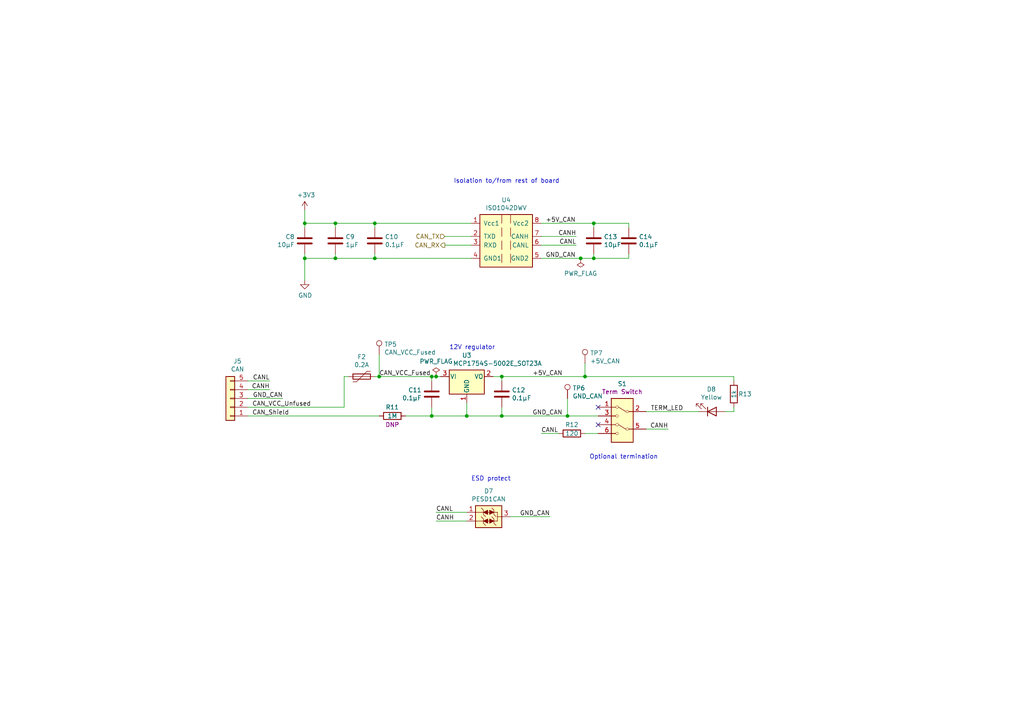
<source format=kicad_sch>
(kicad_sch (version 20230121) (generator eeschema)
  (paper "A4")
  (lib_symbols
    (symbol "Connector:TestPoint" (pin_numbers hide) (pin_names (offset 0.762) hide)
      (property "Reference" "TP" (at 0 6.858 0))
      (property "Value" "TestPoint" (at 0 5.08 0))
      (symbol "TestPoint_0_1"
        (circle (center 0 3.302) (radius 0.762))
      )
      (symbol "TestPoint_1_1"
        (pin passive line (at 0 0 90) (length 2.54) (name "1") (number "1"))
      )
    )
    (symbol "Connector_Generic:Conn_01x05" (pin_names (offset 1.016) hide)
      (property "Reference" "J" (at 0 7.62 0))
      (property "Value" "Conn_01x05" (at 0 -7.62 0))
      (symbol "Conn_01x05_1_1"
        (rectangle (start -1.27 -4.953) (end 0 -5.207) (stroke (width 0.1524)))
        (rectangle (start -1.27 -2.413) (end 0 -2.667) (stroke (width 0.1524)))
        (rectangle (start -1.27 0.127) (end 0 -0.127) (stroke (width 0.1524)))
        (rectangle (start -1.27 2.667) (end 0 2.413) (stroke (width 0.1524)))
        (rectangle (start -1.27 5.207) (end 0 4.953) (stroke (width 0.1524)))
        (rectangle (start -1.27 6.35) (end 1.27 -6.35) (stroke (width 0.254)) (fill (type background)))
        (pin passive line (at -5.08 5.08 0) (length 3.81) (name "Pin_1") (number "1"))
        (pin passive line (at -5.08 2.54 0) (length 3.81) (name "Pin_2") (number "2"))
        (pin passive line (at -5.08 0 0) (length 3.81) (name "Pin_3") (number "3"))
        (pin passive line (at -5.08 -2.54 0) (length 3.81) (name "Pin_4") (number "4"))
        (pin passive line (at -5.08 -5.08 0) (length 3.81) (name "Pin_5") (number "5"))
      )
    )
    (symbol "Discrete_SMD:PESD1CAN" (pin_names (offset 1.016) hide)
      (property "Reference" "D" (at 3.429 2.54 0))
      (property "Value" "PESD1CAN" (at 3.429 0.635 0))
      (symbol "PESD1CAN_0_0"
        (pin input line (at 0 -6.35 90) (length 2.54) (name "A") (number "3"))
      )
      (symbol "PESD1CAN_0_1"
        (rectangle (start -3.175 3.81) (end 3.175 -3.81) (stroke (width 0.254)) (fill (type background)))
        (polyline (pts (xy -1.27 -2.54) (xy 1.27 -2.54)))
        (polyline (pts (xy -1.27 3.81) (xy -1.27 -2.54)))
        (polyline (pts (xy 0 -2.54) (xy 0 -3.81)))
        (polyline (pts (xy 1.27 3.81) (xy 1.27 -2.54)))
        (polyline (pts (xy -2.54 -0.889) (xy -1.905 -1.524) (xy -0.635 -1.524) (xy 0 -2.159)))
        (polyline (pts (xy -2.54 2.159) (xy -1.905 1.524) (xy -0.635 1.524) (xy 0 0.889)))
        (polyline (pts (xy -1.27 1.524) (xy -0.635 0.254) (xy -1.905 0.254) (xy -1.27 1.524)) (fill (type outline)))
        (polyline (pts (xy 0 -0.889) (xy 0.635 -1.524) (xy 1.905 -1.524) (xy 2.54 -2.159)))
        (polyline (pts (xy 1.27 -1.524) (xy 1.905 -0.254) (xy 0.635 -0.254) (xy 1.27 -1.524)) (fill (type outline)))
        (polyline (pts (xy 1.27 1.524) (xy 0.635 0.254) (xy 1.905 0.254) (xy 1.27 1.524)) (fill (type outline)))
        (polyline (pts (xy -1.27 -1.524) (xy -1.905 -0.254) (xy -0.635 -0.254) (xy -1.27 -1.524) (xy -1.27 -0.889)) (fill (type outline)))
        (polyline (pts (xy 0 2.159) (xy 0.635 1.524) (xy 1.27 1.524) (xy 1.905 1.524) (xy 2.54 0.889)))
      )
      (symbol "PESD1CAN_1_1"
        (pin input line (at -1.27 6.35 270) (length 2.54) (name "K") (number "1"))
        (pin input line (at 1.27 6.35 270) (length 2.54) (name "K") (number "2"))
      )
    )
    (symbol "Discrete_SMD:Polyfuse" (pin_numbers hide) (pin_names (offset 0))
      (property "Reference" "F" (at 0 -2.54 0))
      (property "Value" "Polyfuse" (at 0 2.54 0))
      (symbol "Polyfuse_0_1"
        (rectangle (start -2.54 -0.762) (end 2.54 0.762) (stroke (width 0.254)))
        (polyline (pts (xy -2.54 0) (xy 2.54 0)))
        (polyline (pts (xy -2.54 -1.524) (xy -1.524 -1.524) (xy 1.524 1.524) (xy 2.54 1.524)))
      )
      (symbol "Polyfuse_1_1"
        (pin passive line (at -3.81 0 0) (length 1.27) (name "~") (number "1"))
        (pin passive line (at 3.81 0 180) (length 1.27) (name "~") (number "2"))
      )
    )
    (symbol "ICs:ISO1042DWV" (pin_names (offset 1.016))
      (property "Reference" "U" (at -6.35 8.89 0))
      (property "Value" "ISO1042DWV" (at 0 -8.89 0))
      (symbol "ISO1042DWV_1_1"
        (rectangle (start -7.62 7.62) (end 7.62 -7.62) (stroke (width 0.254)) (fill (type background)))
        (polyline (pts (xy -1.27 -3.81) (xy -1.27 -6.35)))
        (polyline (pts (xy -1.27 0) (xy -1.27 -2.54)))
        (polyline (pts (xy -1.27 3.81) (xy -1.27 1.27)))
        (polyline (pts (xy -1.27 7.62) (xy -1.27 5.08)))
        (polyline (pts (xy 1.27 -3.81) (xy 1.27 -6.35)))
        (polyline (pts (xy 1.27 0) (xy 1.27 -2.54)))
        (polyline (pts (xy 1.27 1.27) (xy 1.27 3.81)))
        (polyline (pts (xy 1.27 5.08) (xy 1.27 7.62)))
        (pin power_in line (at -10.16 5.08 0) (length 2.54) (name "Vcc1") (number "1"))
        (pin input line (at -10.16 1.27 0) (length 2.54) (name "TXD") (number "2"))
        (pin output line (at -10.16 -1.27 0) (length 2.54) (name "RXD") (number "3"))
        (pin power_in line (at -10.16 -5.08 0) (length 2.54) (name "GND1") (number "4"))
        (pin power_in line (at 10.16 -5.08 180) (length 2.54) (name "GND2") (number "5"))
        (pin bidirectional line (at 10.16 -1.27 180) (length 2.54) (name "CANL") (number "6"))
        (pin bidirectional line (at 10.16 1.27 180) (length 2.54) (name "CANH") (number "7"))
        (pin power_in line (at 10.16 5.08 180) (length 2.54) (name "Vcc2") (number "8"))
      )
    )
    (symbol "Misc:CL-SB-22A" (pin_names (offset 1.016))
      (property "Reference" "S" (at -2.54 7.62 0))
      (property "Value" "CL-SB-22A" (at 0 -7.62 0))
      (symbol "CL-SB-22A_1_1"
        (rectangle (start -3.81 6.35) (end 2.54 -6.35) (stroke (width 0.254)) (fill (type background)))
        (circle (center -2.1336 -3.81) (radius 0.381) (stroke (width 0.0762)))
        (circle (center -2.1336 1.27) (radius 0.381) (stroke (width 0.0762)))
        (circle (center -2.1082 -1.2446) (radius 0.4064) (stroke (width 0.0762)))
        (circle (center -2.1082 3.8354) (radius 0.381) (stroke (width 0.0762)))
        (polyline (pts (xy 0.4064 2.54) (xy -1.651 3.81)) (stroke (width 0.1524)))
        (polyline (pts (xy 0.4318 -2.5908) (xy -1.651 -1.27)) (stroke (width 0.1524)))
        (circle (center 0.8382 -2.54) (radius 0.381) (stroke (width 0.0762)))
        (circle (center 0.8382 2.54) (radius 0.381) (stroke (width 0.0762)))
        (pin passive line (at -7.62 3.81 0) (length 5.08) (name "~") (number "1"))
        (pin passive line (at 6.35 2.54 180) (length 5.08) (name "~") (number "2"))
        (pin passive line (at -7.62 1.27 0) (length 5.08) (name "~") (number "3"))
        (pin passive line (at -7.62 -1.27 0) (length 5.08) (name "~") (number "4"))
        (pin passive line (at 6.35 -2.54 180) (length 5.08) (name "~") (number "5"))
        (pin passive line (at -7.62 -3.81 0) (length 5.08) (name "~") (number "6"))
      )
    )
    (symbol "Regulator_Linear:MCP1700-5002E_SOT23" (pin_names (offset 0.254))
      (property "Reference" "U" (at -3.81 3.175 0))
      (property "Value" "MCP1700-5002E_SOT23" (at 0 3.175 0))
      (symbol "MCP1700-5002E_SOT23_0_1"
        (rectangle (start -5.08 1.905) (end 5.08 -5.08) (stroke (width 0.254)) (fill (type background)))
      )
      (symbol "MCP1700-5002E_SOT23_1_1"
        (pin power_in line (at 0 -7.62 90) (length 2.54) (name "GND") (number "1"))
        (pin power_out line (at 7.62 0 180) (length 2.54) (name "VO") (number "2"))
        (pin power_in line (at -7.62 0 0) (length 2.54) (name "VI") (number "3"))
      )
    )
    (symbol "device:C" (pin_numbers hide) (pin_names (offset 0.254))
      (property "Reference" "C" (at 0.635 2.54 0))
      (property "Value" "C" (at 0.635 -2.54 0))
      (symbol "C_0_1"
        (polyline (pts (xy -2.032 -0.762) (xy 2.032 -0.762)) (stroke (width 0.508)))
        (polyline (pts (xy -2.032 0.762) (xy 2.032 0.762)) (stroke (width 0.508)))
      )
      (symbol "C_1_1"
        (pin passive line (at 0 3.81 270) (length 2.794) (name "~") (number "1"))
        (pin passive line (at 0 -3.81 90) (length 2.794) (name "~") (number "2"))
      )
    )
    (symbol "device:LED" (pin_numbers hide) (pin_names (offset 1.016) hide)
      (property "Reference" "D" (at 0 2.54 0))
      (property "Value" "LED" (at 0 -2.54 0))
      (symbol "LED_0_1"
        (polyline (pts (xy -1.27 -1.27) (xy -1.27 1.27)) (stroke (width 0.254)))
        (polyline (pts (xy -1.27 0) (xy 1.27 0)))
        (polyline (pts (xy 1.27 -1.27) (xy 1.27 1.27) (xy -1.27 0) (xy 1.27 -1.27)) (stroke (width 0.254)))
        (polyline (pts (xy -3.048 -0.762) (xy -4.572 -2.286) (xy -3.81 -2.286) (xy -4.572 -2.286) (xy -4.572 -1.524)))
        (polyline (pts (xy -1.778 -0.762) (xy -3.302 -2.286) (xy -2.54 -2.286) (xy -3.302 -2.286) (xy -3.302 -1.524)))
      )
      (symbol "LED_1_1"
        (pin passive line (at -3.81 0 0) (length 2.54) (name "K") (number "1"))
        (pin passive line (at 3.81 0 180) (length 2.54) (name "A") (number "2"))
      )
    )
    (symbol "device:R" (pin_numbers hide) (pin_names (offset 0))
      (property "Reference" "R" (at 2.032 0 90))
      (property "Value" "R" (at 0 0 90))
      (symbol "R_0_1"
        (rectangle (start -1.016 -2.54) (end 1.016 2.54) (stroke (width 0.254)))
      )
      (symbol "R_1_1"
        (pin passive line (at 0 3.81 270) (length 1.27) (name "~") (number "1"))
        (pin passive line (at 0 -3.81 90) (length 1.27) (name "~") (number "2"))
      )
    )
    (symbol "power:+3V3" (power) (pin_names (offset 0))
      (property "Value" "+3V3" (at 0 3.556 0))
      (symbol "+3V3_0_1"
        (polyline (pts (xy -0.762 1.27) (xy 0 2.54)))
        (polyline (pts (xy 0 0) (xy 0 2.54)))
        (polyline (pts (xy 0 2.54) (xy 0.762 1.27)))
      )
      (symbol "+3V3_1_1"
        (pin power_in line (at 0 0 90) (length 0) hide (name "+3V3") (number "1"))
      )
    )
    (symbol "power:GND" (power) (pin_names (offset 0))
      (property "Value" "GND" (at 0 -3.81 0))
      (symbol "GND_0_1"
        (polyline (pts (xy 0 0) (xy 0 -1.27) (xy 1.27 -1.27) (xy 0 -2.54) (xy -1.27 -1.27) (xy 0 -1.27)))
      )
      (symbol "GND_1_1"
        (pin power_in line (at 0 0 270) (length 0) hide (name "GND") (number "1"))
      )
    )
    (symbol "power:PWR_FLAG" (power) (pin_numbers hide) (pin_names (offset 0) hide)
      (property "Value" "PWR_FLAG" (at 0 3.81 0))
      (symbol "PWR_FLAG_0_0"
        (pin power_out line (at 0 0 90) (length 0) (name "pwr") (number "1"))
      )
      (symbol "PWR_FLAG_0_1"
        (polyline (pts (xy 0 0) (xy 0 1.27) (xy -1.016 1.905) (xy 0 2.54) (xy 1.016 1.905) (xy 0 1.27)))
      )
    )
  )
  (junction (at 109.982 109.22))
  (junction (at 125.222 120.65))
  (junction (at 125.222 109.22))
  (junction (at 168.402 74.93))
  (junction (at 145.542 120.65))
  (junction (at 97.282 74.93))
  (junction (at 108.712 74.93))
  (junction (at 172.212 74.93))
  (junction (at 169.672 109.22))
  (junction (at 126.492 109.22))
  (junction (at 88.392 64.77))
  (junction (at 88.392 74.93))
  (junction (at 108.712 64.77))
  (junction (at 135.382 120.65))
  (junction (at 145.542 109.22))
  (junction (at 97.282 64.77))
  (junction (at 164.592 120.65))
  (junction (at 172.212 64.77))
  (no_connect (at 173.482 123.19))
  (no_connect (at 173.482 118.11))
  (wire (pts (xy 108.712 109.22) (xy 109.982 109.22)))
  (wire (pts (xy 126.492 109.22) (xy 127.762 109.22)))
  (wire (pts (xy 156.972 125.73) (xy 162.052 125.73)))
  (wire (pts (xy 169.672 109.22) (xy 169.672 105.41)))
  (wire (pts (xy 97.282 73.66) (xy 97.282 74.93)))
  (wire (pts (xy 187.452 124.46) (xy 193.802 124.46)))
  (wire (pts (xy 101.092 109.22) (xy 99.822 109.22)))
  (wire (pts (xy 145.542 110.49) (xy 145.542 109.22)))
  (wire (pts (xy 212.852 110.49) (xy 212.852 109.22)))
  (wire (pts (xy 156.972 64.77) (xy 172.212 64.77)))
  (wire (pts (xy 156.972 68.58) (xy 167.132 68.58)))
  (wire (pts (xy 125.222 109.22) (xy 126.492 109.22)))
  (wire (pts (xy 182.372 64.77) (xy 182.372 66.04)))
  (wire (pts (xy 172.212 64.77) (xy 182.372 64.77)))
  (wire (pts (xy 109.982 102.87) (xy 109.982 109.22)))
  (wire (pts (xy 135.382 151.13) (xy 126.492 151.13)))
  (wire (pts (xy 126.492 148.59) (xy 135.382 148.59)))
  (wire (pts (xy 135.382 116.84) (xy 135.382 120.65)))
  (wire (pts (xy 99.822 109.22) (xy 99.822 118.11)))
  (wire (pts (xy 156.972 74.93) (xy 168.402 74.93)))
  (wire (pts (xy 78.232 113.03) (xy 71.882 113.03)))
  (wire (pts (xy 129.032 68.58) (xy 136.652 68.58)))
  (wire (pts (xy 71.882 120.65) (xy 109.982 120.65)))
  (wire (pts (xy 108.712 64.77) (xy 136.652 64.77)))
  (wire (pts (xy 210.312 119.38) (xy 212.852 119.38)))
  (wire (pts (xy 88.392 64.77) (xy 97.282 64.77)))
  (wire (pts (xy 135.382 120.65) (xy 145.542 120.65)))
  (wire (pts (xy 88.392 73.66) (xy 88.392 74.93)))
  (wire (pts (xy 88.392 64.77) (xy 88.392 66.04)))
  (wire (pts (xy 97.282 64.77) (xy 108.712 64.77)))
  (wire (pts (xy 145.542 118.11) (xy 145.542 120.65)))
  (wire (pts (xy 169.672 125.73) (xy 173.482 125.73)))
  (wire (pts (xy 172.212 73.66) (xy 172.212 74.93)))
  (wire (pts (xy 88.392 74.93) (xy 97.282 74.93)))
  (wire (pts (xy 164.592 115.57) (xy 164.592 120.65)))
  (wire (pts (xy 125.222 120.65) (xy 135.382 120.65)))
  (wire (pts (xy 97.282 74.93) (xy 108.712 74.93)))
  (wire (pts (xy 129.032 71.12) (xy 136.652 71.12)))
  (wire (pts (xy 109.982 109.22) (xy 125.222 109.22)))
  (wire (pts (xy 168.402 74.93) (xy 172.212 74.93)))
  (wire (pts (xy 148.082 149.86) (xy 159.512 149.86)))
  (wire (pts (xy 145.542 109.22) (xy 169.672 109.22)))
  (wire (pts (xy 108.712 73.66) (xy 108.712 74.93)))
  (wire (pts (xy 182.372 73.66) (xy 182.372 74.93)))
  (wire (pts (xy 143.002 109.22) (xy 145.542 109.22)))
  (wire (pts (xy 88.392 74.93) (xy 88.392 81.28)))
  (wire (pts (xy 212.852 118.11) (xy 212.852 119.38)))
  (wire (pts (xy 172.212 74.93) (xy 182.372 74.93)))
  (wire (pts (xy 125.222 109.22) (xy 125.222 110.49)))
  (wire (pts (xy 164.592 120.65) (xy 173.482 120.65)))
  (wire (pts (xy 108.712 64.77) (xy 108.712 66.04)))
  (wire (pts (xy 172.212 64.77) (xy 172.212 66.04)))
  (wire (pts (xy 71.882 118.11) (xy 99.822 118.11)))
  (wire (pts (xy 117.602 120.65) (xy 125.222 120.65)))
  (wire (pts (xy 108.712 74.93) (xy 136.652 74.93)))
  (wire (pts (xy 187.452 119.38) (xy 202.692 119.38)))
  (wire (pts (xy 169.672 109.22) (xy 212.852 109.22)))
  (wire (pts (xy 125.222 118.11) (xy 125.222 120.65)))
  (wire (pts (xy 97.282 64.77) (xy 97.282 66.04)))
  (wire (pts (xy 156.972 71.12) (xy 167.132 71.12)))
  (wire (pts (xy 78.232 110.49) (xy 71.882 110.49)))
  (wire (pts (xy 88.392 60.96) (xy 88.392 64.77)))
  (wire (pts (xy 82.042 115.57) (xy 71.882 115.57)))
  (wire (pts (xy 145.542 120.65) (xy 164.592 120.65)))
  (text "ESD protect" (at 136.652 139.7 0) (effects (font (size 1.27 1.27)) (justify left bottom)))
  (text "12V regulator" (at 130.302 101.6 0) (effects (font (size 1.27 1.27)) (justify left bottom)))
  (text "Optional termination" (at 170.942 133.35 0) (effects (font (size 1.27 1.27)) (justify left bottom)))
  (text "Isolation to/from rest of board" (at 131.572 53.34 0) (effects (font (size 1.27 1.27)) (justify left bottom)))
  (label "GND_CAN" (at 154.432 120.65 0))
  (label "CANH" (at 78.232 113.03 180))
  (label "GND_CAN" (at 82.042 115.57 180))
  (label "CAN_VCC_Fused" (at 109.982 109.22 0))
  (label "GND_CAN" (at 158.242 74.93 0))
  (label "+5V_CAN" (at 158.242 64.77 0))
  (label "CANL" (at 126.492 148.59 0))
  (label "+5V_CAN" (at 154.432 109.22 0))
  (label "CANL" (at 78.232 110.49 180))
  (label "CANH" (at 167.132 68.58 180))
  (label "CAN_VCC_Unfused" (at 73.152 118.11 0))
  (label "CAN_Shield" (at 73.152 120.65 0))
  (label "CANL" (at 167.132 71.12 180))
  (label "CANL" (at 156.972 125.73 0))
  (label "GND_CAN" (at 159.512 149.86 180))
  (label "CANH" (at 193.802 124.46 180))
  (label "CANH" (at 126.492 151.13 0))
  (label "TERM_LED" (at 188.722 119.38 0))
  (hierarchical_label "CAN_TX" (shape input) (at 129.032 68.58 180))
  (hierarchical_label "CAN_RX" (shape output) (at 129.032 71.12 180))
  (symbol (lib_id "device:C") (at 97.282 69.85 0) (unit 1)
    (property "Reference" "C9" (at 100.203 68.6816 0) (effects (justify left)))
    (property "Value" "1μF" (at 100.203 70.993 0) (effects (justify left)))
    (property "Footprint" "Capacitor_SMD:C_0805_2012Metric_Pad1.18x1.45mm_HandSolder" (effects hide))
    (property "MPN" "CAP CER 1UF 10V X5R 0805" (effects hide))
    (instances (project "LogicBoard_v1" (path "" (reference "C9") (unit 1))) (project "PDS_control_v5.0" (path "" (reference "C27") (unit 1))))
  )
  (symbol (lib_id "power:PWR_FLAG") (at 168.402 74.93 180) (unit 1)
    (property "Reference" "#FLG02" (effects hide))
    (property "Value" "PWR_FLAG" (at 168.402 79.3242 0))
    (instances (project "LogicBoard_v1" (path "" (reference "#FLG02") (unit 1))) (project "PDS_control_v5.0" (path "" (reference "#FLG03") (unit 1))))
  )
  (symbol (lib_id "device:C") (at 108.712 69.85 0) (unit 1)
    (property "Reference" "C10" (at 111.633 68.6816 0) (effects (justify left)))
    (property "Value" "0.1μF" (at 111.633 70.993 0) (effects (justify left)))
    (property "Footprint" "Capacitor_SMD:C_0603_1608Metric_Pad1.08x0.95mm_HandSolder" (effects hide))
    (property "MPN" "CAP CER 0.1UF 10V X5R 0603" (effects hide))
    (instances (project "LogicBoard_v1" (path "" (reference "C10") (unit 1))) (project "PDS_control_v5.0" (path "" (reference "C28") (unit 1))))
  )
  (symbol (lib_id "device:C") (at 125.222 114.3 0) (mirror y) (unit 1)
    (property "Reference" "C11" (at 122.301 113.1316 0) (effects (justify left)))
    (property "Value" "0.1μF" (at 122.301 115.443 0) (effects (justify left)))
    (property "Footprint" "Capacitor_SMD:C_0603_1608Metric_Pad1.08x0.95mm_HandSolder" (effects hide))
    (property "MPN" "CAP CER 0.1UF 16V X5R 0603" (effects hide))
    (instances (project "LogicBoard_v1" (path "" (reference "C11") (unit 1))) (project "PDS_control_v5.0" (path "" (reference "C29") (unit 1))))
  )
  (symbol (lib_id "power:+3V3") (at 88.392 60.96 0) (unit 1)
    (property "Reference" "#PWR012" (effects hide))
    (property "Value" "+3V3" (at 88.773 56.5658 0))
    (instances (project "LogicBoard_v1" (path "" (reference "#PWR012") (unit 1))) (project "PDS_control_v5.0" (path "" (reference "#PWR046") (unit 1))))
  )
  (symbol (lib_id "Regulator_Linear:MCP1700-5002E_SOT23") (at 135.382 109.22 0) (unit 1)
    (property "Reference" "U3" (at 135.382 103.0732 0))
    (property "Value" "MCP1754S-5002E_SOT23A" (at 144.272 105.41 0))
    (property "Footprint" "Package_TO_SOT_SMD:SOT-23" (effects hide))
    (property "Datasheet" "http://ww1.microchip.com/downloads/en/DeviceDoc/20001826D.pdf" (effects hide))
    (property "MPN" "MCP1754S-5002E_SOT23A" (effects hide))
    (instances (project "LogicBoard_v1" (path "" (reference "U3") (unit 1))) (project "PDS_control_v5.0" (path "" (reference "U5") (unit 1))))
  )
  (symbol (lib_id "device:LED") (at 206.502 119.38 0) (mirror x) (unit 1)
    (property "Reference" "D8" (at 206.3242 112.903 0))
    (property "Value" "Yellow" (at 206.3242 115.2144 0))
    (property "Footprint" "LED_SMD:LED_0603_1608Metric_Pad1.05x0.95mm_HandSolder" (effects hide))
    (property "Note" "CAN term." (effects hide))
    (property "MPN" "LED YELLOW CLEAR 0603 SMD" (effects hide))
    (instances (project "LogicBoard_v1" (path "" (reference "D8") (unit 1))) (project "PDS_control_v5.0" (path "" (reference "D20") (unit 1))))
  )
  (symbol (lib_id "device:C") (at 182.372 69.85 0) (unit 1)
    (property "Reference" "C14" (at 185.293 68.6816 0) (effects (justify left)))
    (property "Value" "0.1μF" (at 185.293 70.993 0) (effects (justify left)))
    (property "Footprint" "Capacitor_SMD:C_0603_1608Metric_Pad1.08x0.95mm_HandSolder" (effects hide))
    (property "MPN" "CAP CER 0.1UF 25V X5R 0603" (effects hide))
    (instances (project "LogicBoard_v1" (path "" (reference "C14") (unit 1))) (project "PDS_control_v5.0" (path "" (reference "C32") (unit 1))))
  )
  (symbol (lib_id "device:R") (at 113.792 120.65 270) (unit 1)
    (property "Reference" "R11" (at 113.792 118.11 90))
    (property "Value" "1M" (at 113.792 120.65 90))
    (property "Footprint" "Resistor_SMD:R_0603_1608Metric_Pad0.98x0.95mm_HandSolder" (effects hide))
    (property "DNP" "DNP" (at 113.792 123.19 90))
    (property "MPN" "RES SMD 1M OHM 1% 1/10W 0603" (effects hide))
    (instances (project "LogicBoard_v1" (path "" (reference "R11") (unit 1))) (project "PDS_control_v5.0" (path "" (reference "R28") (unit 1))))
  )
  (symbol (lib_id "Connector:TestPoint") (at 169.672 105.41 0) (unit 1)
    (property "Reference" "TP7" (at 171.1452 102.4128 0) (effects (justify left)))
    (property "Value" "+5V_CAN" (at 171.1452 104.7242 0) (effects (justify left)))
    (property "Footprint" "TestPoint:TestPoint_Pad_1.0x1.0mm" (effects hide))
    (property "DNP" "DNP" (effects hide))
    (instances (project "LogicBoard_v1" (path "" (reference "TP7") (unit 1))) (project "PDS_control_v5.0" (path "" (reference "TP20") (unit 1))))
  )
  (symbol (lib_id "device:C") (at 172.212 69.85 0) (unit 1)
    (property "Reference" "C13" (at 175.133 68.6816 0) (effects (justify left)))
    (property "Value" "10μF" (at 175.133 70.993 0) (effects (justify left)))
    (property "Footprint" "Capacitor_SMD:C_1206_3216Metric_Pad1.33x1.80mm_HandSolder" (effects hide))
    (property "MPN" "CAP CER 10UF 25V X5R 1206" (effects hide))
    (instances (project "LogicBoard_v1" (path "" (reference "C13") (unit 1))) (project "PDS_control_v5.0" (path "" (reference "C31") (unit 1))))
  )
  (symbol (lib_id "Connector_Generic:Conn_01x05") (at 66.802 115.57 180) (unit 1)
    (property "Reference" "J5" (at 68.8848 104.775 0))
    (property "Value" "CAN" (at 68.8848 107.0864 0))
    (property "Footprint" "layout:M12_5-pin_90deg_VertPitch2.54mm" (effects hide))
    (property "Datasheet" "https://www.mouser.com/datasheet/2/324/4/1694224-1428210.pdf" (effects hide))
    (property "MPN" "1694224" (effects hide))
    (property "Note" "CAN" (effects hide))
    (instances (project "LogicBoard_v1" (path "" (reference "J5") (unit 1))) (project "PDS_control_v5.0" (path "" (reference "J10") (unit 1))))
  )
  (symbol (lib_id "device:C") (at 88.392 69.85 0) (unit 1)
    (property "Reference" "C8" (at 85.471 68.6816 0) (effects (justify right)))
    (property "Value" "10μF" (at 85.471 70.993 0) (effects (justify right)))
    (property "Footprint" "Capacitor_SMD:C_1206_3216Metric_Pad1.33x1.80mm_HandSolder" (effects hide))
    (property "MPN" "CAP CER 10UF 10V X5R 1206" (effects hide))
    (instances (project "LogicBoard_v1" (path "" (reference "C8") (unit 1))) (project "PDS_control_v5.0" (path "" (reference "C26") (unit 1))))
  )
  (symbol (lib_id "power:PWR_FLAG") (at 126.492 109.22 0) (unit 1)
    (property "Reference" "#FLG01" (effects hide))
    (property "Value" "PWR_FLAG" (at 126.492 104.8258 0))
    (instances (project "LogicBoard_v1" (path "" (reference "#FLG01") (unit 1))) (project "PDS_control_v5.0" (path "" (reference "#FLG02") (unit 1))))
  )
  (symbol (lib_id "Connector:TestPoint") (at 109.982 102.87 0) (unit 1)
    (property "Reference" "TP5" (at 111.4552 99.8728 0) (effects (justify left)))
    (property "Value" "CAN_VCC_Fused" (at 111.4552 102.1842 0) (effects (justify left)))
    (property "Footprint" "TestPoint:TestPoint_Pad_1.0x1.0mm" (effects hide))
    (property "DNP" "DNP" (effects hide))
    (instances (project "LogicBoard_v1" (path "" (reference "TP5") (unit 1))) (project "PDS_control_v5.0" (path "" (reference "TP18") (unit 1))))
  )
  (symbol (lib_id "device:R") (at 165.862 125.73 270) (mirror x) (unit 1)
    (property "Reference" "R12" (at 165.862 123.19 90))
    (property "Value" "120" (at 165.862 125.73 90))
    (property "Footprint" "Resistor_SMD:R_1206_3216Metric_Pad1.30x1.75mm_HandSolder" (effects hide))
    (property "MPN" "RES SMD 120 OHM 1% 1/4W 1206" (effects hide))
    (instances (project "LogicBoard_v1" (path "" (reference "R12") (unit 1))) (project "PDS_control_v5.0" (path "" (reference "R29") (unit 1))))
  )
  (symbol (lib_id "Misc:CL-SB-22A") (at 181.102 121.92 0) (unit 1)
    (property "Reference" "S1" (at 180.467 111.3282 0))
    (property "Value" "CL-SB-22B-01" (effects hide))
    (property "Footprint" "layout:DPDT_NIDEC_6_pin_SMD_1.6_x_1.2_pads" (effects hide))
    (property "Datasheet" "https://www.nidec-copal-electronics.com/e/catalog/switch/cl-sb.pdf" (effects hide))
    (property "MPN" "CL-SB-22B-01" (effects hide))
    (property "Note" "Term Switch" (at 180.467 113.6396 0))
  )
  (symbol (lib_id "device:C") (at 145.542 114.3 0) (unit 1)
    (property "Reference" "C12" (at 148.463 113.1316 0) (effects (justify left)))
    (property "Value" "0.1μF" (at 148.463 115.443 0) (effects (justify left)))
    (property "Footprint" "Capacitor_SMD:C_0603_1608Metric_Pad1.08x0.95mm_HandSolder" (effects hide))
    (property "MPN" "CAP CER 0.1UF 10V X5R 0603" (effects hide))
    (instances (project "LogicBoard_v1" (path "" (reference "C12") (unit 1))) (project "PDS_control_v5.0" (path "" (reference "C30") (unit 1))))
  )
  (symbol (lib_id "ICs:ISO1042DWV") (at 146.812 69.85 0) (unit 1)
    (property "Reference" "U4" (at 146.812 57.9882 0))
    (property "Value" "ISO1042DWV" (at 146.812 60.2996 0))
    (property "Footprint" "layout:SOIC-8_5.85x7.4mm_P1.27mm" (effects hide))
    (property "Datasheet" "https://www.ti.com/lit/ds/symlink/iso1042.pdf" (effects hide))
    (property "MPN" "ISO1042DWV" (effects hide))
    (instances (project "LogicBoard_v1" (path "" (reference "U4") (unit 1))) (project "PDS_control_v5.0" (path "" (reference "U6") (unit 1))))
  )
  (symbol (lib_id "Discrete_SMD:Polyfuse") (at 104.902 109.22 180) (unit 1)
    (property "Reference" "F2" (at 104.902 103.505 0))
    (property "Value" "0.2A" (at 104.902 105.8164 0))
    (property "Footprint" "Fuse:Fuse_1206_3216Metric_Pad1.42x1.75mm_HandSolder" (effects hide))
    (property "Datasheet" "https://m.littelfuse.com/~/media/electronics/datasheets/resettable_ptcs/littelfuse_ptc_1206l_datasheet.pdf.pdf" (effects hide))
    (property "MPN" "PTC RESET FUSE 30V 200MA 1206" (effects hide))
  )
  (symbol (lib_id "Connector:TestPoint") (at 164.592 115.57 0) (unit 1)
    (property "Reference" "TP6" (at 166.0652 112.5728 0) (effects (justify left)))
    (property "Value" "GND_CAN" (at 166.0652 114.8842 0) (effects (justify left)))
    (property "Footprint" "TestPoint:TestPoint_Pad_1.0x1.0mm" (effects hide))
    (property "DNP" "DNP" (effects hide))
    (instances (project "LogicBoard_v1" (path "" (reference "TP6") (unit 1))) (project "PDS_control_v5.0" (path "" (reference "TP19") (unit 1))))
  )
  (symbol (lib_id "device:R") (at 212.852 114.3 180) (unit 1)
    (property "Reference" "R13" (at 214.122 114.3 0) (effects (justify right)))
    (property "Value" "1k" (at 212.852 115.57 90) (effects (justify right)))
    (property "Footprint" "Resistor_SMD:R_0603_1608Metric_Pad0.98x0.95mm_HandSolder" (effects hide))
    (property "MPN" "RES SMD 1K OHM 5% 1/10W 0603" (effects hide))
    (instances (project "LogicBoard_v1" (path "" (reference "R13") (unit 1))) (project "PDS_control_v5.0" (path "" (reference "R30") (unit 1))))
  )
  (symbol (lib_id "power:GND") (at 88.392 81.28 0) (unit 1)
    (property "Reference" "#PWR013" (effects hide))
    (property "Value" "GND" (at 88.519 85.6742 0))
    (instances (project "LogicBoard_v1" (path "" (reference "#PWR013") (unit 1))) (project "PDS_control_v5.0" (path "" (reference "#PWR047") (unit 1))))
  )
  (symbol (lib_id "Discrete_SMD:PESD1CAN") (at 141.732 149.86 90) (mirror x) (unit 1)
    (property "Reference" "D7" (at 141.732 142.4432 90))
    (property "Value" "PESD1CAN" (at 141.732 144.7546 90))
    (property "Footprint" "Package_TO_SOT_SMD:SOT-23" (effects hide))
    (property "Datasheet" "http://www.onsemi.com/pub_link/Collateral/NUP2105L-D.PDF" (effects hide))
    (property "MPN" "PESD1CAN,215" (effects hide))
    (instances (project "LogicBoard_v1" (path "" (reference "D7") (unit 1))) (project "PDS_control_v5.0" (path "" (reference "D19") (unit 1))))
  )
)
</source>
